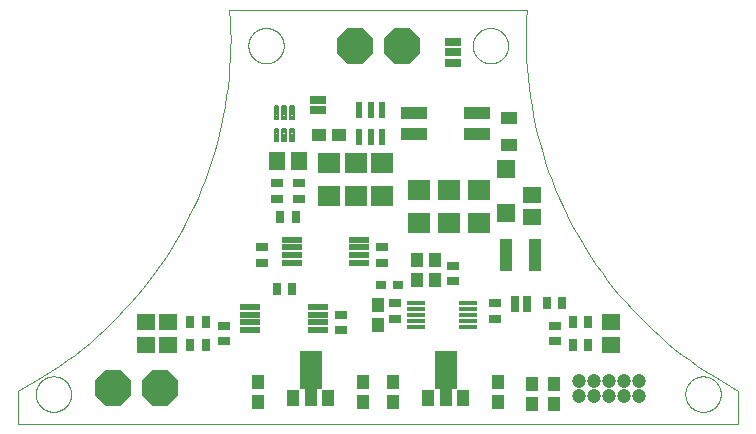
<source format=gts>
G75*
%MOIN*%
%OFA0B0*%
%FSLAX25Y25*%
%IPPOS*%
%LPD*%
%AMOC8*
5,1,8,0,0,1.08239X$1,22.5*
%
%ADD10C,0.00000*%
%ADD11C,0.00039*%
%ADD12R,0.04337X0.04731*%
%ADD13R,0.03943X0.03156*%
%ADD14R,0.03156X0.03943*%
%ADD15R,0.06581X0.02014*%
%ADD16R,0.03943X0.05518*%
%ADD17R,0.03943X0.06207*%
%ADD18R,0.07223X0.12703*%
%ADD19C,0.04731*%
%ADD20R,0.06306X0.05518*%
%ADD21R,0.05518X0.06306*%
%ADD22R,0.02900X0.05400*%
%ADD23R,0.06000X0.01500*%
%ADD24OC8,0.12211*%
%ADD25C,0.00790*%
%ADD26R,0.03353X0.03156*%
%ADD27R,0.09061X0.04337*%
%ADD28R,0.05518X0.03943*%
%ADD29R,0.05912X0.05912*%
%ADD30R,0.04337X0.11030*%
%ADD31R,0.05400X0.02900*%
%ADD32R,0.04731X0.04337*%
%ADD33R,0.02400X0.05200*%
%ADD34R,0.07487X0.06699*%
D10*
X0032750Y0016500D02*
X0032750Y0027524D01*
X0032750Y0016500D02*
X0272907Y0016500D01*
X0272907Y0027524D01*
X0272907Y0027523D02*
X0270093Y0029042D01*
X0267315Y0030628D01*
X0264577Y0032281D01*
X0261880Y0034000D01*
X0259225Y0035784D01*
X0256614Y0037631D01*
X0254048Y0039541D01*
X0251530Y0041513D01*
X0249060Y0043545D01*
X0246640Y0045636D01*
X0244271Y0047785D01*
X0241954Y0049991D01*
X0239692Y0052252D01*
X0237485Y0054567D01*
X0235335Y0056935D01*
X0233243Y0059354D01*
X0231210Y0061823D01*
X0229237Y0064341D01*
X0227326Y0066905D01*
X0225477Y0069515D01*
X0223692Y0072169D01*
X0221972Y0074866D01*
X0220318Y0077603D01*
X0218730Y0080380D01*
X0217210Y0083194D01*
X0215758Y0086044D01*
X0214376Y0088928D01*
X0213064Y0091845D01*
X0211823Y0094793D01*
X0210654Y0097770D01*
X0209557Y0100775D01*
X0208533Y0103805D01*
X0207582Y0106859D01*
X0206706Y0109935D01*
X0205905Y0113031D01*
X0205179Y0116146D01*
X0204528Y0119278D01*
X0203953Y0122424D01*
X0203455Y0125583D01*
X0203033Y0128754D01*
X0202688Y0131934D01*
X0202420Y0135121D01*
X0202229Y0138314D01*
X0202115Y0141510D01*
X0202079Y0144708D01*
X0202120Y0147906D01*
X0202239Y0151103D01*
X0202435Y0154295D01*
X0103222Y0154295D01*
X0103223Y0154295D02*
X0103419Y0151103D01*
X0103538Y0147906D01*
X0103579Y0144708D01*
X0103543Y0141510D01*
X0103429Y0138314D01*
X0103238Y0135121D01*
X0102970Y0131934D01*
X0102625Y0128754D01*
X0102203Y0125583D01*
X0101705Y0122424D01*
X0101130Y0119278D01*
X0100479Y0116146D01*
X0099753Y0113031D01*
X0098952Y0109935D01*
X0098076Y0106859D01*
X0097125Y0103805D01*
X0096101Y0100775D01*
X0095004Y0097770D01*
X0093835Y0094793D01*
X0092594Y0091845D01*
X0091282Y0088928D01*
X0089900Y0086044D01*
X0088448Y0083194D01*
X0086928Y0080380D01*
X0085340Y0077603D01*
X0083686Y0074866D01*
X0081966Y0072169D01*
X0080181Y0069515D01*
X0078332Y0066905D01*
X0076421Y0064341D01*
X0074448Y0061823D01*
X0072415Y0059354D01*
X0070323Y0056935D01*
X0068173Y0054567D01*
X0065966Y0052252D01*
X0063704Y0049991D01*
X0061387Y0047785D01*
X0059018Y0045636D01*
X0056598Y0043545D01*
X0054128Y0041513D01*
X0051610Y0039541D01*
X0049044Y0037631D01*
X0046433Y0035784D01*
X0043778Y0034000D01*
X0041081Y0032281D01*
X0038343Y0030628D01*
X0035565Y0029042D01*
X0032751Y0027523D01*
D11*
X0038655Y0026343D02*
X0038657Y0026496D01*
X0038663Y0026650D01*
X0038673Y0026803D01*
X0038687Y0026955D01*
X0038705Y0027108D01*
X0038727Y0027259D01*
X0038752Y0027410D01*
X0038782Y0027561D01*
X0038816Y0027711D01*
X0038853Y0027859D01*
X0038894Y0028007D01*
X0038939Y0028153D01*
X0038988Y0028299D01*
X0039041Y0028443D01*
X0039097Y0028585D01*
X0039157Y0028726D01*
X0039221Y0028866D01*
X0039288Y0029004D01*
X0039359Y0029140D01*
X0039434Y0029274D01*
X0039511Y0029406D01*
X0039593Y0029536D01*
X0039677Y0029664D01*
X0039765Y0029790D01*
X0039856Y0029913D01*
X0039950Y0030034D01*
X0040048Y0030152D01*
X0040148Y0030268D01*
X0040252Y0030381D01*
X0040358Y0030492D01*
X0040467Y0030600D01*
X0040579Y0030705D01*
X0040693Y0030806D01*
X0040811Y0030905D01*
X0040930Y0031001D01*
X0041052Y0031094D01*
X0041177Y0031183D01*
X0041304Y0031270D01*
X0041433Y0031352D01*
X0041564Y0031432D01*
X0041697Y0031508D01*
X0041832Y0031581D01*
X0041969Y0031650D01*
X0042108Y0031715D01*
X0042248Y0031777D01*
X0042390Y0031835D01*
X0042533Y0031890D01*
X0042678Y0031941D01*
X0042824Y0031988D01*
X0042971Y0032031D01*
X0043119Y0032070D01*
X0043268Y0032106D01*
X0043418Y0032137D01*
X0043569Y0032165D01*
X0043720Y0032189D01*
X0043873Y0032209D01*
X0044025Y0032225D01*
X0044178Y0032237D01*
X0044331Y0032245D01*
X0044484Y0032249D01*
X0044638Y0032249D01*
X0044791Y0032245D01*
X0044944Y0032237D01*
X0045097Y0032225D01*
X0045249Y0032209D01*
X0045402Y0032189D01*
X0045553Y0032165D01*
X0045704Y0032137D01*
X0045854Y0032106D01*
X0046003Y0032070D01*
X0046151Y0032031D01*
X0046298Y0031988D01*
X0046444Y0031941D01*
X0046589Y0031890D01*
X0046732Y0031835D01*
X0046874Y0031777D01*
X0047014Y0031715D01*
X0047153Y0031650D01*
X0047290Y0031581D01*
X0047425Y0031508D01*
X0047558Y0031432D01*
X0047689Y0031352D01*
X0047818Y0031270D01*
X0047945Y0031183D01*
X0048070Y0031094D01*
X0048192Y0031001D01*
X0048311Y0030905D01*
X0048429Y0030806D01*
X0048543Y0030705D01*
X0048655Y0030600D01*
X0048764Y0030492D01*
X0048870Y0030381D01*
X0048974Y0030268D01*
X0049074Y0030152D01*
X0049172Y0030034D01*
X0049266Y0029913D01*
X0049357Y0029790D01*
X0049445Y0029664D01*
X0049529Y0029536D01*
X0049611Y0029406D01*
X0049688Y0029274D01*
X0049763Y0029140D01*
X0049834Y0029004D01*
X0049901Y0028866D01*
X0049965Y0028726D01*
X0050025Y0028585D01*
X0050081Y0028443D01*
X0050134Y0028299D01*
X0050183Y0028153D01*
X0050228Y0028007D01*
X0050269Y0027859D01*
X0050306Y0027711D01*
X0050340Y0027561D01*
X0050370Y0027410D01*
X0050395Y0027259D01*
X0050417Y0027108D01*
X0050435Y0026955D01*
X0050449Y0026803D01*
X0050459Y0026650D01*
X0050465Y0026496D01*
X0050467Y0026343D01*
X0050465Y0026190D01*
X0050459Y0026036D01*
X0050449Y0025883D01*
X0050435Y0025731D01*
X0050417Y0025578D01*
X0050395Y0025427D01*
X0050370Y0025276D01*
X0050340Y0025125D01*
X0050306Y0024975D01*
X0050269Y0024827D01*
X0050228Y0024679D01*
X0050183Y0024533D01*
X0050134Y0024387D01*
X0050081Y0024243D01*
X0050025Y0024101D01*
X0049965Y0023960D01*
X0049901Y0023820D01*
X0049834Y0023682D01*
X0049763Y0023546D01*
X0049688Y0023412D01*
X0049611Y0023280D01*
X0049529Y0023150D01*
X0049445Y0023022D01*
X0049357Y0022896D01*
X0049266Y0022773D01*
X0049172Y0022652D01*
X0049074Y0022534D01*
X0048974Y0022418D01*
X0048870Y0022305D01*
X0048764Y0022194D01*
X0048655Y0022086D01*
X0048543Y0021981D01*
X0048429Y0021880D01*
X0048311Y0021781D01*
X0048192Y0021685D01*
X0048070Y0021592D01*
X0047945Y0021503D01*
X0047818Y0021416D01*
X0047689Y0021334D01*
X0047558Y0021254D01*
X0047425Y0021178D01*
X0047290Y0021105D01*
X0047153Y0021036D01*
X0047014Y0020971D01*
X0046874Y0020909D01*
X0046732Y0020851D01*
X0046589Y0020796D01*
X0046444Y0020745D01*
X0046298Y0020698D01*
X0046151Y0020655D01*
X0046003Y0020616D01*
X0045854Y0020580D01*
X0045704Y0020549D01*
X0045553Y0020521D01*
X0045402Y0020497D01*
X0045249Y0020477D01*
X0045097Y0020461D01*
X0044944Y0020449D01*
X0044791Y0020441D01*
X0044638Y0020437D01*
X0044484Y0020437D01*
X0044331Y0020441D01*
X0044178Y0020449D01*
X0044025Y0020461D01*
X0043873Y0020477D01*
X0043720Y0020497D01*
X0043569Y0020521D01*
X0043418Y0020549D01*
X0043268Y0020580D01*
X0043119Y0020616D01*
X0042971Y0020655D01*
X0042824Y0020698D01*
X0042678Y0020745D01*
X0042533Y0020796D01*
X0042390Y0020851D01*
X0042248Y0020909D01*
X0042108Y0020971D01*
X0041969Y0021036D01*
X0041832Y0021105D01*
X0041697Y0021178D01*
X0041564Y0021254D01*
X0041433Y0021334D01*
X0041304Y0021416D01*
X0041177Y0021503D01*
X0041052Y0021592D01*
X0040930Y0021685D01*
X0040811Y0021781D01*
X0040693Y0021880D01*
X0040579Y0021981D01*
X0040467Y0022086D01*
X0040358Y0022194D01*
X0040252Y0022305D01*
X0040148Y0022418D01*
X0040048Y0022534D01*
X0039950Y0022652D01*
X0039856Y0022773D01*
X0039765Y0022896D01*
X0039677Y0023022D01*
X0039593Y0023150D01*
X0039511Y0023280D01*
X0039434Y0023412D01*
X0039359Y0023546D01*
X0039288Y0023682D01*
X0039221Y0023820D01*
X0039157Y0023960D01*
X0039097Y0024101D01*
X0039041Y0024243D01*
X0038988Y0024387D01*
X0038939Y0024533D01*
X0038894Y0024679D01*
X0038853Y0024827D01*
X0038816Y0024975D01*
X0038782Y0025125D01*
X0038752Y0025276D01*
X0038727Y0025427D01*
X0038705Y0025578D01*
X0038687Y0025731D01*
X0038673Y0025883D01*
X0038663Y0026036D01*
X0038657Y0026190D01*
X0038655Y0026343D01*
X0109521Y0142484D02*
X0109523Y0142637D01*
X0109529Y0142791D01*
X0109539Y0142944D01*
X0109553Y0143096D01*
X0109571Y0143249D01*
X0109593Y0143400D01*
X0109618Y0143551D01*
X0109648Y0143702D01*
X0109682Y0143852D01*
X0109719Y0144000D01*
X0109760Y0144148D01*
X0109805Y0144294D01*
X0109854Y0144440D01*
X0109907Y0144584D01*
X0109963Y0144726D01*
X0110023Y0144867D01*
X0110087Y0145007D01*
X0110154Y0145145D01*
X0110225Y0145281D01*
X0110300Y0145415D01*
X0110377Y0145547D01*
X0110459Y0145677D01*
X0110543Y0145805D01*
X0110631Y0145931D01*
X0110722Y0146054D01*
X0110816Y0146175D01*
X0110914Y0146293D01*
X0111014Y0146409D01*
X0111118Y0146522D01*
X0111224Y0146633D01*
X0111333Y0146741D01*
X0111445Y0146846D01*
X0111559Y0146947D01*
X0111677Y0147046D01*
X0111796Y0147142D01*
X0111918Y0147235D01*
X0112043Y0147324D01*
X0112170Y0147411D01*
X0112299Y0147493D01*
X0112430Y0147573D01*
X0112563Y0147649D01*
X0112698Y0147722D01*
X0112835Y0147791D01*
X0112974Y0147856D01*
X0113114Y0147918D01*
X0113256Y0147976D01*
X0113399Y0148031D01*
X0113544Y0148082D01*
X0113690Y0148129D01*
X0113837Y0148172D01*
X0113985Y0148211D01*
X0114134Y0148247D01*
X0114284Y0148278D01*
X0114435Y0148306D01*
X0114586Y0148330D01*
X0114739Y0148350D01*
X0114891Y0148366D01*
X0115044Y0148378D01*
X0115197Y0148386D01*
X0115350Y0148390D01*
X0115504Y0148390D01*
X0115657Y0148386D01*
X0115810Y0148378D01*
X0115963Y0148366D01*
X0116115Y0148350D01*
X0116268Y0148330D01*
X0116419Y0148306D01*
X0116570Y0148278D01*
X0116720Y0148247D01*
X0116869Y0148211D01*
X0117017Y0148172D01*
X0117164Y0148129D01*
X0117310Y0148082D01*
X0117455Y0148031D01*
X0117598Y0147976D01*
X0117740Y0147918D01*
X0117880Y0147856D01*
X0118019Y0147791D01*
X0118156Y0147722D01*
X0118291Y0147649D01*
X0118424Y0147573D01*
X0118555Y0147493D01*
X0118684Y0147411D01*
X0118811Y0147324D01*
X0118936Y0147235D01*
X0119058Y0147142D01*
X0119177Y0147046D01*
X0119295Y0146947D01*
X0119409Y0146846D01*
X0119521Y0146741D01*
X0119630Y0146633D01*
X0119736Y0146522D01*
X0119840Y0146409D01*
X0119940Y0146293D01*
X0120038Y0146175D01*
X0120132Y0146054D01*
X0120223Y0145931D01*
X0120311Y0145805D01*
X0120395Y0145677D01*
X0120477Y0145547D01*
X0120554Y0145415D01*
X0120629Y0145281D01*
X0120700Y0145145D01*
X0120767Y0145007D01*
X0120831Y0144867D01*
X0120891Y0144726D01*
X0120947Y0144584D01*
X0121000Y0144440D01*
X0121049Y0144294D01*
X0121094Y0144148D01*
X0121135Y0144000D01*
X0121172Y0143852D01*
X0121206Y0143702D01*
X0121236Y0143551D01*
X0121261Y0143400D01*
X0121283Y0143249D01*
X0121301Y0143096D01*
X0121315Y0142944D01*
X0121325Y0142791D01*
X0121331Y0142637D01*
X0121333Y0142484D01*
X0121331Y0142331D01*
X0121325Y0142177D01*
X0121315Y0142024D01*
X0121301Y0141872D01*
X0121283Y0141719D01*
X0121261Y0141568D01*
X0121236Y0141417D01*
X0121206Y0141266D01*
X0121172Y0141116D01*
X0121135Y0140968D01*
X0121094Y0140820D01*
X0121049Y0140674D01*
X0121000Y0140528D01*
X0120947Y0140384D01*
X0120891Y0140242D01*
X0120831Y0140101D01*
X0120767Y0139961D01*
X0120700Y0139823D01*
X0120629Y0139687D01*
X0120554Y0139553D01*
X0120477Y0139421D01*
X0120395Y0139291D01*
X0120311Y0139163D01*
X0120223Y0139037D01*
X0120132Y0138914D01*
X0120038Y0138793D01*
X0119940Y0138675D01*
X0119840Y0138559D01*
X0119736Y0138446D01*
X0119630Y0138335D01*
X0119521Y0138227D01*
X0119409Y0138122D01*
X0119295Y0138021D01*
X0119177Y0137922D01*
X0119058Y0137826D01*
X0118936Y0137733D01*
X0118811Y0137644D01*
X0118684Y0137557D01*
X0118555Y0137475D01*
X0118424Y0137395D01*
X0118291Y0137319D01*
X0118156Y0137246D01*
X0118019Y0137177D01*
X0117880Y0137112D01*
X0117740Y0137050D01*
X0117598Y0136992D01*
X0117455Y0136937D01*
X0117310Y0136886D01*
X0117164Y0136839D01*
X0117017Y0136796D01*
X0116869Y0136757D01*
X0116720Y0136721D01*
X0116570Y0136690D01*
X0116419Y0136662D01*
X0116268Y0136638D01*
X0116115Y0136618D01*
X0115963Y0136602D01*
X0115810Y0136590D01*
X0115657Y0136582D01*
X0115504Y0136578D01*
X0115350Y0136578D01*
X0115197Y0136582D01*
X0115044Y0136590D01*
X0114891Y0136602D01*
X0114739Y0136618D01*
X0114586Y0136638D01*
X0114435Y0136662D01*
X0114284Y0136690D01*
X0114134Y0136721D01*
X0113985Y0136757D01*
X0113837Y0136796D01*
X0113690Y0136839D01*
X0113544Y0136886D01*
X0113399Y0136937D01*
X0113256Y0136992D01*
X0113114Y0137050D01*
X0112974Y0137112D01*
X0112835Y0137177D01*
X0112698Y0137246D01*
X0112563Y0137319D01*
X0112430Y0137395D01*
X0112299Y0137475D01*
X0112170Y0137557D01*
X0112043Y0137644D01*
X0111918Y0137733D01*
X0111796Y0137826D01*
X0111677Y0137922D01*
X0111559Y0138021D01*
X0111445Y0138122D01*
X0111333Y0138227D01*
X0111224Y0138335D01*
X0111118Y0138446D01*
X0111014Y0138559D01*
X0110914Y0138675D01*
X0110816Y0138793D01*
X0110722Y0138914D01*
X0110631Y0139037D01*
X0110543Y0139163D01*
X0110459Y0139291D01*
X0110377Y0139421D01*
X0110300Y0139553D01*
X0110225Y0139687D01*
X0110154Y0139823D01*
X0110087Y0139961D01*
X0110023Y0140101D01*
X0109963Y0140242D01*
X0109907Y0140384D01*
X0109854Y0140528D01*
X0109805Y0140674D01*
X0109760Y0140820D01*
X0109719Y0140968D01*
X0109682Y0141116D01*
X0109648Y0141266D01*
X0109618Y0141417D01*
X0109593Y0141568D01*
X0109571Y0141719D01*
X0109553Y0141872D01*
X0109539Y0142024D01*
X0109529Y0142177D01*
X0109523Y0142331D01*
X0109521Y0142484D01*
X0184324Y0142484D02*
X0184326Y0142637D01*
X0184332Y0142791D01*
X0184342Y0142944D01*
X0184356Y0143096D01*
X0184374Y0143249D01*
X0184396Y0143400D01*
X0184421Y0143551D01*
X0184451Y0143702D01*
X0184485Y0143852D01*
X0184522Y0144000D01*
X0184563Y0144148D01*
X0184608Y0144294D01*
X0184657Y0144440D01*
X0184710Y0144584D01*
X0184766Y0144726D01*
X0184826Y0144867D01*
X0184890Y0145007D01*
X0184957Y0145145D01*
X0185028Y0145281D01*
X0185103Y0145415D01*
X0185180Y0145547D01*
X0185262Y0145677D01*
X0185346Y0145805D01*
X0185434Y0145931D01*
X0185525Y0146054D01*
X0185619Y0146175D01*
X0185717Y0146293D01*
X0185817Y0146409D01*
X0185921Y0146522D01*
X0186027Y0146633D01*
X0186136Y0146741D01*
X0186248Y0146846D01*
X0186362Y0146947D01*
X0186480Y0147046D01*
X0186599Y0147142D01*
X0186721Y0147235D01*
X0186846Y0147324D01*
X0186973Y0147411D01*
X0187102Y0147493D01*
X0187233Y0147573D01*
X0187366Y0147649D01*
X0187501Y0147722D01*
X0187638Y0147791D01*
X0187777Y0147856D01*
X0187917Y0147918D01*
X0188059Y0147976D01*
X0188202Y0148031D01*
X0188347Y0148082D01*
X0188493Y0148129D01*
X0188640Y0148172D01*
X0188788Y0148211D01*
X0188937Y0148247D01*
X0189087Y0148278D01*
X0189238Y0148306D01*
X0189389Y0148330D01*
X0189542Y0148350D01*
X0189694Y0148366D01*
X0189847Y0148378D01*
X0190000Y0148386D01*
X0190153Y0148390D01*
X0190307Y0148390D01*
X0190460Y0148386D01*
X0190613Y0148378D01*
X0190766Y0148366D01*
X0190918Y0148350D01*
X0191071Y0148330D01*
X0191222Y0148306D01*
X0191373Y0148278D01*
X0191523Y0148247D01*
X0191672Y0148211D01*
X0191820Y0148172D01*
X0191967Y0148129D01*
X0192113Y0148082D01*
X0192258Y0148031D01*
X0192401Y0147976D01*
X0192543Y0147918D01*
X0192683Y0147856D01*
X0192822Y0147791D01*
X0192959Y0147722D01*
X0193094Y0147649D01*
X0193227Y0147573D01*
X0193358Y0147493D01*
X0193487Y0147411D01*
X0193614Y0147324D01*
X0193739Y0147235D01*
X0193861Y0147142D01*
X0193980Y0147046D01*
X0194098Y0146947D01*
X0194212Y0146846D01*
X0194324Y0146741D01*
X0194433Y0146633D01*
X0194539Y0146522D01*
X0194643Y0146409D01*
X0194743Y0146293D01*
X0194841Y0146175D01*
X0194935Y0146054D01*
X0195026Y0145931D01*
X0195114Y0145805D01*
X0195198Y0145677D01*
X0195280Y0145547D01*
X0195357Y0145415D01*
X0195432Y0145281D01*
X0195503Y0145145D01*
X0195570Y0145007D01*
X0195634Y0144867D01*
X0195694Y0144726D01*
X0195750Y0144584D01*
X0195803Y0144440D01*
X0195852Y0144294D01*
X0195897Y0144148D01*
X0195938Y0144000D01*
X0195975Y0143852D01*
X0196009Y0143702D01*
X0196039Y0143551D01*
X0196064Y0143400D01*
X0196086Y0143249D01*
X0196104Y0143096D01*
X0196118Y0142944D01*
X0196128Y0142791D01*
X0196134Y0142637D01*
X0196136Y0142484D01*
X0196134Y0142331D01*
X0196128Y0142177D01*
X0196118Y0142024D01*
X0196104Y0141872D01*
X0196086Y0141719D01*
X0196064Y0141568D01*
X0196039Y0141417D01*
X0196009Y0141266D01*
X0195975Y0141116D01*
X0195938Y0140968D01*
X0195897Y0140820D01*
X0195852Y0140674D01*
X0195803Y0140528D01*
X0195750Y0140384D01*
X0195694Y0140242D01*
X0195634Y0140101D01*
X0195570Y0139961D01*
X0195503Y0139823D01*
X0195432Y0139687D01*
X0195357Y0139553D01*
X0195280Y0139421D01*
X0195198Y0139291D01*
X0195114Y0139163D01*
X0195026Y0139037D01*
X0194935Y0138914D01*
X0194841Y0138793D01*
X0194743Y0138675D01*
X0194643Y0138559D01*
X0194539Y0138446D01*
X0194433Y0138335D01*
X0194324Y0138227D01*
X0194212Y0138122D01*
X0194098Y0138021D01*
X0193980Y0137922D01*
X0193861Y0137826D01*
X0193739Y0137733D01*
X0193614Y0137644D01*
X0193487Y0137557D01*
X0193358Y0137475D01*
X0193227Y0137395D01*
X0193094Y0137319D01*
X0192959Y0137246D01*
X0192822Y0137177D01*
X0192683Y0137112D01*
X0192543Y0137050D01*
X0192401Y0136992D01*
X0192258Y0136937D01*
X0192113Y0136886D01*
X0191967Y0136839D01*
X0191820Y0136796D01*
X0191672Y0136757D01*
X0191523Y0136721D01*
X0191373Y0136690D01*
X0191222Y0136662D01*
X0191071Y0136638D01*
X0190918Y0136618D01*
X0190766Y0136602D01*
X0190613Y0136590D01*
X0190460Y0136582D01*
X0190307Y0136578D01*
X0190153Y0136578D01*
X0190000Y0136582D01*
X0189847Y0136590D01*
X0189694Y0136602D01*
X0189542Y0136618D01*
X0189389Y0136638D01*
X0189238Y0136662D01*
X0189087Y0136690D01*
X0188937Y0136721D01*
X0188788Y0136757D01*
X0188640Y0136796D01*
X0188493Y0136839D01*
X0188347Y0136886D01*
X0188202Y0136937D01*
X0188059Y0136992D01*
X0187917Y0137050D01*
X0187777Y0137112D01*
X0187638Y0137177D01*
X0187501Y0137246D01*
X0187366Y0137319D01*
X0187233Y0137395D01*
X0187102Y0137475D01*
X0186973Y0137557D01*
X0186846Y0137644D01*
X0186721Y0137733D01*
X0186599Y0137826D01*
X0186480Y0137922D01*
X0186362Y0138021D01*
X0186248Y0138122D01*
X0186136Y0138227D01*
X0186027Y0138335D01*
X0185921Y0138446D01*
X0185817Y0138559D01*
X0185717Y0138675D01*
X0185619Y0138793D01*
X0185525Y0138914D01*
X0185434Y0139037D01*
X0185346Y0139163D01*
X0185262Y0139291D01*
X0185180Y0139421D01*
X0185103Y0139553D01*
X0185028Y0139687D01*
X0184957Y0139823D01*
X0184890Y0139961D01*
X0184826Y0140101D01*
X0184766Y0140242D01*
X0184710Y0140384D01*
X0184657Y0140528D01*
X0184608Y0140674D01*
X0184563Y0140820D01*
X0184522Y0140968D01*
X0184485Y0141116D01*
X0184451Y0141266D01*
X0184421Y0141417D01*
X0184396Y0141568D01*
X0184374Y0141719D01*
X0184356Y0141872D01*
X0184342Y0142024D01*
X0184332Y0142177D01*
X0184326Y0142331D01*
X0184324Y0142484D01*
X0255190Y0026343D02*
X0255192Y0026496D01*
X0255198Y0026650D01*
X0255208Y0026803D01*
X0255222Y0026955D01*
X0255240Y0027108D01*
X0255262Y0027259D01*
X0255287Y0027410D01*
X0255317Y0027561D01*
X0255351Y0027711D01*
X0255388Y0027859D01*
X0255429Y0028007D01*
X0255474Y0028153D01*
X0255523Y0028299D01*
X0255576Y0028443D01*
X0255632Y0028585D01*
X0255692Y0028726D01*
X0255756Y0028866D01*
X0255823Y0029004D01*
X0255894Y0029140D01*
X0255969Y0029274D01*
X0256046Y0029406D01*
X0256128Y0029536D01*
X0256212Y0029664D01*
X0256300Y0029790D01*
X0256391Y0029913D01*
X0256485Y0030034D01*
X0256583Y0030152D01*
X0256683Y0030268D01*
X0256787Y0030381D01*
X0256893Y0030492D01*
X0257002Y0030600D01*
X0257114Y0030705D01*
X0257228Y0030806D01*
X0257346Y0030905D01*
X0257465Y0031001D01*
X0257587Y0031094D01*
X0257712Y0031183D01*
X0257839Y0031270D01*
X0257968Y0031352D01*
X0258099Y0031432D01*
X0258232Y0031508D01*
X0258367Y0031581D01*
X0258504Y0031650D01*
X0258643Y0031715D01*
X0258783Y0031777D01*
X0258925Y0031835D01*
X0259068Y0031890D01*
X0259213Y0031941D01*
X0259359Y0031988D01*
X0259506Y0032031D01*
X0259654Y0032070D01*
X0259803Y0032106D01*
X0259953Y0032137D01*
X0260104Y0032165D01*
X0260255Y0032189D01*
X0260408Y0032209D01*
X0260560Y0032225D01*
X0260713Y0032237D01*
X0260866Y0032245D01*
X0261019Y0032249D01*
X0261173Y0032249D01*
X0261326Y0032245D01*
X0261479Y0032237D01*
X0261632Y0032225D01*
X0261784Y0032209D01*
X0261937Y0032189D01*
X0262088Y0032165D01*
X0262239Y0032137D01*
X0262389Y0032106D01*
X0262538Y0032070D01*
X0262686Y0032031D01*
X0262833Y0031988D01*
X0262979Y0031941D01*
X0263124Y0031890D01*
X0263267Y0031835D01*
X0263409Y0031777D01*
X0263549Y0031715D01*
X0263688Y0031650D01*
X0263825Y0031581D01*
X0263960Y0031508D01*
X0264093Y0031432D01*
X0264224Y0031352D01*
X0264353Y0031270D01*
X0264480Y0031183D01*
X0264605Y0031094D01*
X0264727Y0031001D01*
X0264846Y0030905D01*
X0264964Y0030806D01*
X0265078Y0030705D01*
X0265190Y0030600D01*
X0265299Y0030492D01*
X0265405Y0030381D01*
X0265509Y0030268D01*
X0265609Y0030152D01*
X0265707Y0030034D01*
X0265801Y0029913D01*
X0265892Y0029790D01*
X0265980Y0029664D01*
X0266064Y0029536D01*
X0266146Y0029406D01*
X0266223Y0029274D01*
X0266298Y0029140D01*
X0266369Y0029004D01*
X0266436Y0028866D01*
X0266500Y0028726D01*
X0266560Y0028585D01*
X0266616Y0028443D01*
X0266669Y0028299D01*
X0266718Y0028153D01*
X0266763Y0028007D01*
X0266804Y0027859D01*
X0266841Y0027711D01*
X0266875Y0027561D01*
X0266905Y0027410D01*
X0266930Y0027259D01*
X0266952Y0027108D01*
X0266970Y0026955D01*
X0266984Y0026803D01*
X0266994Y0026650D01*
X0267000Y0026496D01*
X0267002Y0026343D01*
X0267000Y0026190D01*
X0266994Y0026036D01*
X0266984Y0025883D01*
X0266970Y0025731D01*
X0266952Y0025578D01*
X0266930Y0025427D01*
X0266905Y0025276D01*
X0266875Y0025125D01*
X0266841Y0024975D01*
X0266804Y0024827D01*
X0266763Y0024679D01*
X0266718Y0024533D01*
X0266669Y0024387D01*
X0266616Y0024243D01*
X0266560Y0024101D01*
X0266500Y0023960D01*
X0266436Y0023820D01*
X0266369Y0023682D01*
X0266298Y0023546D01*
X0266223Y0023412D01*
X0266146Y0023280D01*
X0266064Y0023150D01*
X0265980Y0023022D01*
X0265892Y0022896D01*
X0265801Y0022773D01*
X0265707Y0022652D01*
X0265609Y0022534D01*
X0265509Y0022418D01*
X0265405Y0022305D01*
X0265299Y0022194D01*
X0265190Y0022086D01*
X0265078Y0021981D01*
X0264964Y0021880D01*
X0264846Y0021781D01*
X0264727Y0021685D01*
X0264605Y0021592D01*
X0264480Y0021503D01*
X0264353Y0021416D01*
X0264224Y0021334D01*
X0264093Y0021254D01*
X0263960Y0021178D01*
X0263825Y0021105D01*
X0263688Y0021036D01*
X0263549Y0020971D01*
X0263409Y0020909D01*
X0263267Y0020851D01*
X0263124Y0020796D01*
X0262979Y0020745D01*
X0262833Y0020698D01*
X0262686Y0020655D01*
X0262538Y0020616D01*
X0262389Y0020580D01*
X0262239Y0020549D01*
X0262088Y0020521D01*
X0261937Y0020497D01*
X0261784Y0020477D01*
X0261632Y0020461D01*
X0261479Y0020449D01*
X0261326Y0020441D01*
X0261173Y0020437D01*
X0261019Y0020437D01*
X0260866Y0020441D01*
X0260713Y0020449D01*
X0260560Y0020461D01*
X0260408Y0020477D01*
X0260255Y0020497D01*
X0260104Y0020521D01*
X0259953Y0020549D01*
X0259803Y0020580D01*
X0259654Y0020616D01*
X0259506Y0020655D01*
X0259359Y0020698D01*
X0259213Y0020745D01*
X0259068Y0020796D01*
X0258925Y0020851D01*
X0258783Y0020909D01*
X0258643Y0020971D01*
X0258504Y0021036D01*
X0258367Y0021105D01*
X0258232Y0021178D01*
X0258099Y0021254D01*
X0257968Y0021334D01*
X0257839Y0021416D01*
X0257712Y0021503D01*
X0257587Y0021592D01*
X0257465Y0021685D01*
X0257346Y0021781D01*
X0257228Y0021880D01*
X0257114Y0021981D01*
X0257002Y0022086D01*
X0256893Y0022194D01*
X0256787Y0022305D01*
X0256683Y0022418D01*
X0256583Y0022534D01*
X0256485Y0022652D01*
X0256391Y0022773D01*
X0256300Y0022896D01*
X0256212Y0023022D01*
X0256128Y0023150D01*
X0256046Y0023280D01*
X0255969Y0023412D01*
X0255894Y0023546D01*
X0255823Y0023682D01*
X0255756Y0023820D01*
X0255692Y0023960D01*
X0255632Y0024101D01*
X0255576Y0024243D01*
X0255523Y0024387D01*
X0255474Y0024533D01*
X0255429Y0024679D01*
X0255388Y0024827D01*
X0255351Y0024975D01*
X0255317Y0025125D01*
X0255287Y0025276D01*
X0255262Y0025427D01*
X0255240Y0025578D01*
X0255222Y0025731D01*
X0255208Y0025883D01*
X0255198Y0026036D01*
X0255192Y0026190D01*
X0255190Y0026343D01*
D12*
X0211500Y0023154D03*
X0204000Y0023154D03*
X0204000Y0029846D03*
X0211500Y0029846D03*
X0192750Y0030471D03*
X0192750Y0023779D03*
X0157750Y0023779D03*
X0147750Y0023779D03*
X0147750Y0030471D03*
X0157750Y0030471D03*
X0152750Y0049404D03*
X0152750Y0056096D03*
X0165599Y0064374D03*
X0171849Y0064374D03*
X0171849Y0071067D03*
X0165599Y0071067D03*
X0112750Y0030471D03*
X0112750Y0023779D03*
D13*
X0101500Y0043941D03*
X0101500Y0049059D03*
X0114000Y0070191D03*
X0114000Y0075309D03*
X0119000Y0091441D03*
X0119000Y0096559D03*
X0126500Y0096559D03*
X0126500Y0091441D03*
X0154000Y0075309D03*
X0154000Y0070191D03*
X0158375Y0056559D03*
X0158375Y0051441D03*
X0140250Y0052809D03*
X0140250Y0047691D03*
X0177750Y0063941D03*
X0177750Y0069059D03*
X0191776Y0056589D03*
X0191776Y0051470D03*
X0211776Y0049089D03*
X0211776Y0043970D03*
D14*
X0217691Y0042750D03*
X0222809Y0042750D03*
X0222809Y0050250D03*
X0217691Y0050250D03*
X0214030Y0056776D03*
X0208911Y0056776D03*
X0124059Y0061500D03*
X0118941Y0061500D03*
X0095309Y0050250D03*
X0090191Y0050250D03*
X0090191Y0042750D03*
X0095309Y0042750D03*
X0120191Y0085250D03*
X0125309Y0085250D03*
D15*
X0123951Y0077839D03*
X0123951Y0075280D03*
X0123951Y0072720D03*
X0123951Y0070161D03*
X0146549Y0070161D03*
X0146549Y0072720D03*
X0146549Y0075280D03*
X0146549Y0077839D03*
X0132799Y0055339D03*
X0132799Y0052780D03*
X0132799Y0050220D03*
X0132799Y0047661D03*
X0110201Y0047661D03*
X0110201Y0050220D03*
X0110201Y0052780D03*
X0110201Y0055339D03*
D16*
X0124344Y0025004D03*
X0136156Y0025004D03*
X0169344Y0025004D03*
X0181156Y0025004D03*
D17*
X0175250Y0025348D03*
X0130250Y0025348D03*
D18*
X0130250Y0034404D03*
X0175250Y0034404D03*
D19*
X0219600Y0030811D03*
X0224600Y0030811D03*
X0229600Y0030811D03*
X0234600Y0030811D03*
X0239600Y0030811D03*
X0239600Y0025811D03*
X0234600Y0025811D03*
X0229600Y0025811D03*
X0224600Y0025811D03*
X0219600Y0025811D03*
D20*
X0230250Y0042760D03*
X0230250Y0050240D03*
X0204000Y0085260D03*
X0204000Y0092740D03*
X0082750Y0050240D03*
X0075250Y0050240D03*
X0075250Y0042760D03*
X0082750Y0042760D03*
D21*
X0119010Y0104000D03*
X0126490Y0104000D03*
D22*
X0198280Y0056224D03*
X0202280Y0056224D03*
D23*
X0182600Y0056650D03*
X0182600Y0054750D03*
X0182600Y0052750D03*
X0182600Y0050750D03*
X0182600Y0048850D03*
X0165400Y0048850D03*
X0165400Y0050750D03*
X0165400Y0052750D03*
X0165400Y0054750D03*
X0165400Y0056650D03*
D24*
X0079994Y0028311D03*
X0064246Y0028311D03*
X0144955Y0142484D03*
X0160703Y0142484D03*
D25*
X0123467Y0122427D02*
X0123467Y0118133D01*
X0123467Y0122427D02*
X0124651Y0122427D01*
X0124651Y0118133D01*
X0123467Y0118133D01*
X0123467Y0118883D02*
X0124651Y0118883D01*
X0124651Y0119633D02*
X0123467Y0119633D01*
X0123467Y0120383D02*
X0124651Y0120383D01*
X0124651Y0121133D02*
X0123467Y0121133D01*
X0123467Y0121883D02*
X0124651Y0121883D01*
X0120908Y0122427D02*
X0120908Y0118133D01*
X0120908Y0122427D02*
X0122092Y0122427D01*
X0122092Y0118133D01*
X0120908Y0118133D01*
X0120908Y0118883D02*
X0122092Y0118883D01*
X0122092Y0119633D02*
X0120908Y0119633D01*
X0120908Y0120383D02*
X0122092Y0120383D01*
X0122092Y0121133D02*
X0120908Y0121133D01*
X0120908Y0121883D02*
X0122092Y0121883D01*
X0118349Y0122427D02*
X0118349Y0118133D01*
X0118349Y0122427D02*
X0119533Y0122427D01*
X0119533Y0118133D01*
X0118349Y0118133D01*
X0118349Y0118883D02*
X0119533Y0118883D01*
X0119533Y0119633D02*
X0118349Y0119633D01*
X0118349Y0120383D02*
X0119533Y0120383D01*
X0119533Y0121133D02*
X0118349Y0121133D01*
X0118349Y0121883D02*
X0119533Y0121883D01*
X0119533Y0114867D02*
X0119533Y0110573D01*
X0118349Y0110573D01*
X0118349Y0114867D01*
X0119533Y0114867D01*
X0119533Y0111323D02*
X0118349Y0111323D01*
X0118349Y0112073D02*
X0119533Y0112073D01*
X0119533Y0112823D02*
X0118349Y0112823D01*
X0118349Y0113573D02*
X0119533Y0113573D01*
X0119533Y0114323D02*
X0118349Y0114323D01*
X0122092Y0114867D02*
X0122092Y0110573D01*
X0120908Y0110573D01*
X0120908Y0114867D01*
X0122092Y0114867D01*
X0122092Y0111323D02*
X0120908Y0111323D01*
X0120908Y0112073D02*
X0122092Y0112073D01*
X0122092Y0112823D02*
X0120908Y0112823D01*
X0120908Y0113573D02*
X0122092Y0113573D01*
X0122092Y0114323D02*
X0120908Y0114323D01*
X0124651Y0114867D02*
X0124651Y0110573D01*
X0123467Y0110573D01*
X0123467Y0114867D01*
X0124651Y0114867D01*
X0124651Y0111323D02*
X0123467Y0111323D01*
X0123467Y0112073D02*
X0124651Y0112073D01*
X0124651Y0112823D02*
X0123467Y0112823D01*
X0123467Y0113573D02*
X0124651Y0113573D01*
X0124651Y0114323D02*
X0123467Y0114323D01*
D26*
X0153646Y0062750D03*
X0159354Y0062750D03*
D27*
X0164817Y0112957D03*
X0164817Y0120043D03*
X0185683Y0120043D03*
X0185683Y0112957D03*
D28*
X0196500Y0109472D03*
X0196500Y0118528D03*
D29*
X0195250Y0101283D03*
X0195250Y0086717D03*
D30*
X0195526Y0072750D03*
X0204974Y0072750D03*
D31*
X0132750Y0120978D03*
X0132750Y0124522D03*
X0177750Y0136750D03*
X0177750Y0140250D03*
X0177750Y0143750D03*
D32*
X0139846Y0112750D03*
X0133154Y0112750D03*
D33*
X0146510Y0112000D03*
X0150250Y0112000D03*
X0153990Y0112000D03*
X0153990Y0121000D03*
X0150250Y0121000D03*
X0146510Y0121000D03*
D34*
X0145250Y0103262D03*
X0136500Y0103262D03*
X0154000Y0103262D03*
X0166500Y0094512D03*
X0176500Y0094512D03*
X0186500Y0094512D03*
X0186500Y0083488D03*
X0176500Y0083488D03*
X0166500Y0083488D03*
X0154000Y0092238D03*
X0145250Y0092238D03*
X0136500Y0092238D03*
M02*

</source>
